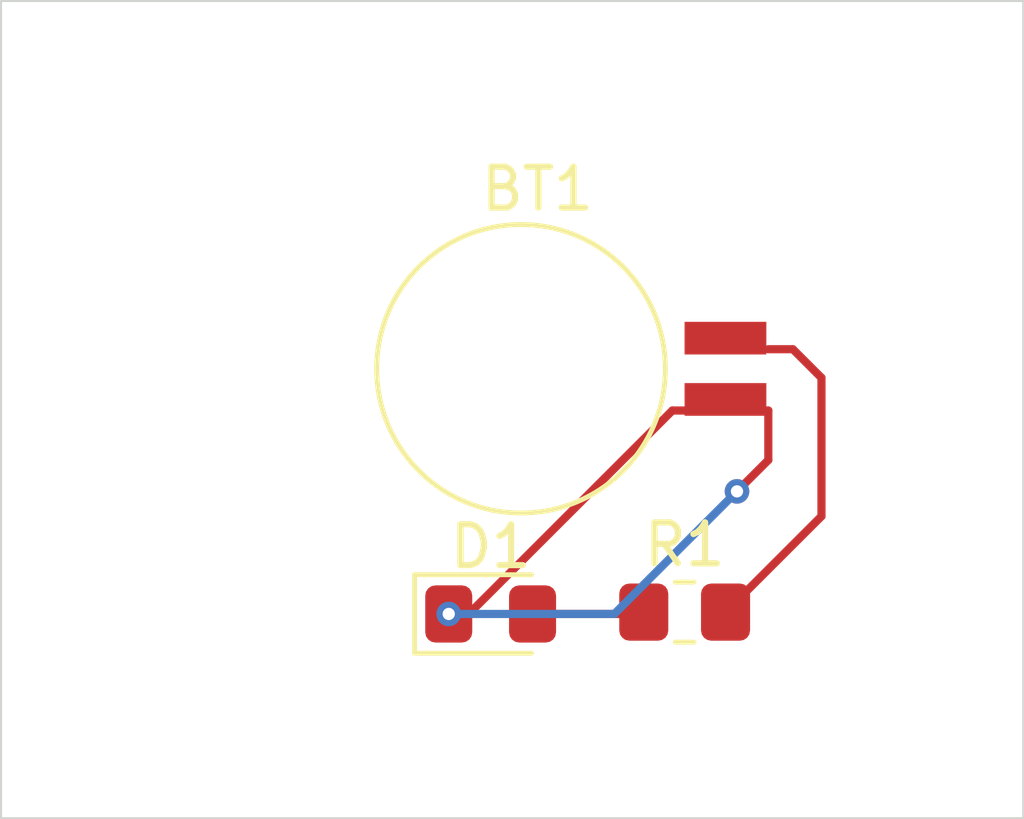
<source format=kicad_pcb>
(kicad_pcb (version 20240108) (generator "pcbnew") (generator_version "8.0")
  (title_block (title "PCB Ver 1") (date "2024-10-08"))
  (layers (0 "F.Cu" signal) (31 "B.Cu" signal) (34 "B.Paste" user) (35 "F.Paste" user) (36 "B.SilkS" user "B.Silkscreen") (37 "F.SilkS" user "F.Silkscreen") (38 "B.Mask" user) (39 "F.Mask" user) (44 "Edge.Cuts" user))
  (net 0 "")
  (net 1 "Net-(BT1-+)")
  (net 2 "Net-(BT1--)")
  (net 3 "Net-(D1-A)")
  (footprint "Diode_SMD:D_0805_2012Metric_Pad1.15x1.40mm_HandSolder" (layer "F.Cu") (at 76.975 80)
    (property "Reference" "D1" (at 0 -1.65 0) (layer "F.SilkS"))
    (property "Value" "LED")
    (fp_line (start -1.86 -0.96) (end -1.86 0.96) (stroke (width 0.12)) (layer "F.SilkS"))
    (fp_line (start -1.86 0.96) (end 1 0.96) (stroke (width 0.12)) (layer "F.SilkS"))
    (fp_line (start 1 -0.96) (end -1.86 -0.96) (stroke (width 0.12)) (layer "F.SilkS"))
    (pad "1" smd roundrect (at -1.025 0) (size 1.15 1.4) (layers "F.Cu" "F.Paste" "F.Mask") (roundrect_rratio 0.217391) (net 2 "Net-(BT1--)"))
    (pad "2" smd roundrect (at 1.025 0) (size 1.15 1.4) (layers "F.Cu" "F.Paste" "F.Mask") (roundrect_rratio 0.217391) (net 3 "Net-(D1-A)"))
  )
  (footprint "Resistor_SMD:R_0805_2012Metric_Pad1.20x1.40mm_HandSolder" (layer "F.Cu") (at 81.72 79.955)
    (property "Reference" "R1" (at 0 -1.65 0) (layer "F.SilkS"))
    (property "Value" "R")
    (fp_line (start -0.227064 -0.735) (end 0.227064 -0.735) (stroke (width 0.12)) (layer "F.SilkS"))
    (fp_line (start -0.227064 0.735) (end 0.227064 0.735) (stroke (width 0.12)) (layer "F.SilkS"))
    (pad "1" smd roundrect (at -1 0) (size 1.2 1.4) (layers "F.Cu" "F.Paste" "F.Mask") (roundrect_rratio 0.208333) (net 3 "Net-(D1-A)"))
    (pad "2" smd roundrect (at 1 0) (size 1.2 1.4) (layers "F.Cu" "F.Paste" "F.Mask") (roundrect_rratio 0.208333) (net 1 "Net-(BT1-+)"))
  )
  (footprint "Battery:BatteryHolder_Seiko_MS621F" (layer "F.Cu") (at 82.718102 74)
    (property "Reference" "BT1" (at -4.6 -4.4 0) (layer "F.SilkS"))
    (property "Value" "Battery_Cell")
    (fp_circle (center -5 0) (end -1.47 0) (stroke (width 0.12)) (fill none) (layer "F.SilkS"))
    (pad "1" smd rect (at 0 -0.75) (size 2 0.8) (layers "F.Cu" "F.Paste" "F.Mask") (net 1 "Net-(BT1-+)"))
    (pad "2" smd rect (at 0 0.75) (size 2 0.8) (layers "F.Cu" "F.Paste" "F.Mask") (net 2 "Net-(BT1--)"))
  )
  (gr_rect (start 65 65) (end 90 85) (stroke (width 0.05)) (fill none) (layer "Edge.Cuts"))
  (segment (start 82.72 79.955) (end 85.066204 77.608796) (width 0.2) (layer "F.Cu") (net 1))
  (segment (start 85.066204 77.608796) (end 85.066204 74.221204) (width 0.2) (layer "F.Cu") (net 1))
  (segment (start 85.066204 74.221204) (end 84.366204 73.521204) (width 0.2) (layer "F.Cu") (net 1))
  (segment (start 84.366204 73.521204) (end 83.766204 73.521204) (width 0.2) (layer "F.Cu") (net 1))
  (segment (start 76.440256 80) (end 75.95 80) (width 0.2) (layer "F.Cu") (net 2))
  (segment (start 83.766204 75.021204) (end 81.419052 75.021204) (width 0.2) (layer "F.Cu") (net 2))
  (segment (start 83.766204 76.233796) (end 83 77) (width 0.2) (layer "F.Cu") (net 2))
  (segment (start 81.419052 75.021204) (end 76.440256 80) (width 0.2) (layer "F.Cu") (net 2))
  (segment (start 83.766204 75.021204) (end 83.766204 76.233796) (width 0.2) (layer "F.Cu") (net 2))
  (via (at 75.95 80) (size 0.6) (drill 0.3) (layers "F.Cu" "B.Cu") (net 2))
  (via (at 83 77) (size 0.6) (drill 0.3) (layers "F.Cu" "B.Cu") (net 2))
  (segment (start 80 80) (end 75.95 80) (width 0.2) (layer "B.Cu") (net 2))
  (segment (start 83 77) (end 80 80) (width 0.2) (layer "B.Cu") (net 2))
  (segment (start 80.675 80) (end 80.72 79.955) (width 0.2) (layer "F.Cu") (net 3))
  (segment (start 78 80) (end 80.675 80) (width 0.2) (layer "F.Cu") (net 3))
)
</source>
